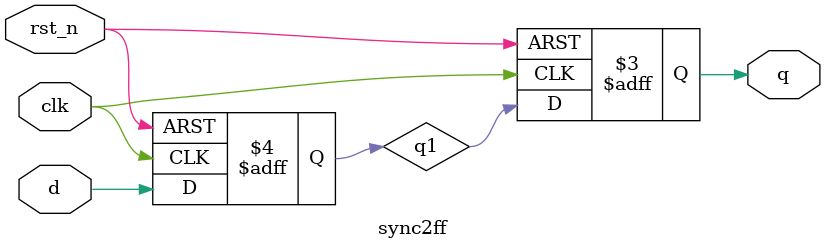
<source format=sv>
module sync2ff #(
    parameter int W = 1
)(
    input logic clk,
    input logic rst_n,
    input logic [W-1:0] d,
    output logic [W-1:0] q
);

    logic [W-1:0] q1;

    always_ff @(posedge clk or negedge rst_n) begin
        if (!rst_n) begin
            q1 <= '0;
            q  <= '0;
        end else begin
            q1 <= d;
            q  <= q1;
        end
    end
endmodule

</source>
